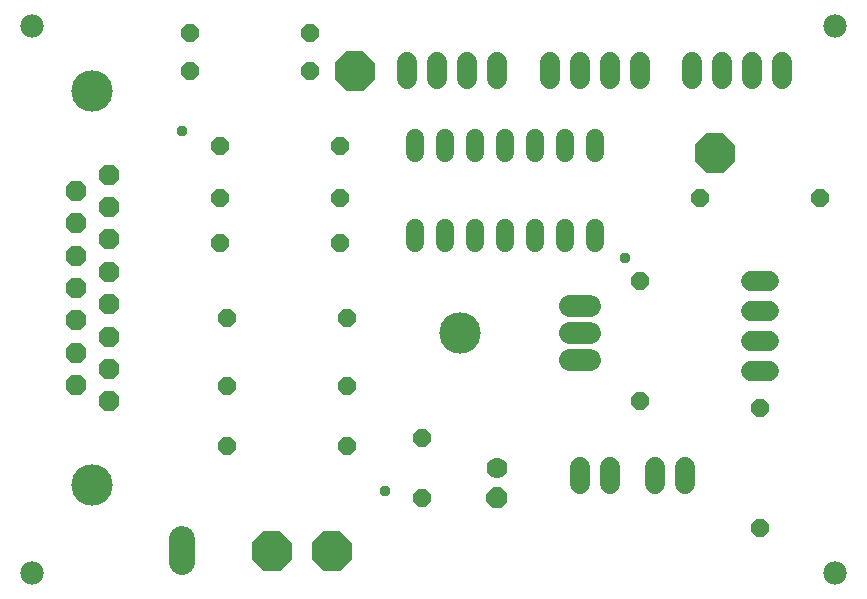
<source format=gbr>
G04 EAGLE Gerber RS-274X export*
G75*
%MOMM*%
%FSLAX34Y34*%
%LPD*%
%INSoldermask Bottom*%
%IPPOS*%
%AMOC8*
5,1,8,0,0,1.08239X$1,22.5*%
G01*
%ADD10C,1.981200*%
%ADD11C,1.711200*%
%ADD12C,1.524000*%
%ADD13P,1.649562X8X112.500000*%
%ADD14C,1.879600*%
%ADD15C,3.505200*%
%ADD16P,1.869504X8X292.500000*%
%ADD17P,1.649562X8X22.500000*%
%ADD18P,1.649562X8X202.500000*%
%ADD19P,1.649562X8X292.500000*%
%ADD20P,1.924489X8X292.500000*%
%ADD21C,1.778000*%
%ADD22P,3.629037X8X22.500000*%
%ADD23C,2.184400*%
%ADD24C,0.959600*%


D10*
X38100Y-31750D03*
X717550Y-31750D03*
X717550Y-495300D03*
X38100Y-495300D03*
D11*
X501650Y-420290D02*
X501650Y-405210D01*
X527050Y-405210D02*
X527050Y-420290D01*
D12*
X514350Y-139954D02*
X514350Y-126746D01*
X488950Y-126746D02*
X488950Y-139954D01*
X361950Y-139954D02*
X361950Y-126746D01*
X361950Y-202946D02*
X361950Y-216154D01*
X463550Y-139954D02*
X463550Y-126746D01*
X438150Y-126746D02*
X438150Y-139954D01*
X387350Y-139954D02*
X387350Y-126746D01*
X412750Y-126746D02*
X412750Y-139954D01*
X387350Y-202946D02*
X387350Y-216154D01*
X412750Y-216154D02*
X412750Y-202946D01*
X438150Y-202946D02*
X438150Y-216154D01*
X463550Y-216154D02*
X463550Y-202946D01*
X488950Y-202946D02*
X488950Y-216154D01*
X514350Y-216154D02*
X514350Y-202946D01*
D11*
X596900Y-77390D02*
X596900Y-62310D01*
X622300Y-62310D02*
X622300Y-77390D01*
X647700Y-77390D02*
X647700Y-62310D01*
X673100Y-62310D02*
X673100Y-77390D01*
X476250Y-77390D02*
X476250Y-62310D01*
X501650Y-62310D02*
X501650Y-77390D01*
X527050Y-77390D02*
X527050Y-62310D01*
X552450Y-62310D02*
X552450Y-77390D01*
X355600Y-77390D02*
X355600Y-62310D01*
X381000Y-62310D02*
X381000Y-77390D01*
X406400Y-77390D02*
X406400Y-62310D01*
X431800Y-62310D02*
X431800Y-77390D01*
D13*
X552450Y-349250D03*
X552450Y-247650D03*
D11*
X646510Y-323850D02*
X661590Y-323850D01*
X661590Y-298450D02*
X646510Y-298450D01*
X646510Y-273050D02*
X661590Y-273050D01*
X661590Y-247650D02*
X646510Y-247650D01*
D14*
X510032Y-314960D02*
X493268Y-314960D01*
X493268Y-292100D02*
X510032Y-292100D01*
X510032Y-269240D02*
X493268Y-269240D01*
D15*
X400050Y-292100D03*
D11*
X565150Y-405210D02*
X565150Y-420290D01*
X590550Y-420290D02*
X590550Y-405210D01*
D16*
X103124Y-350012D03*
X103124Y-322580D03*
X103124Y-295148D03*
X103124Y-267716D03*
X103124Y-240284D03*
X103124Y-212852D03*
X103124Y-185420D03*
X103124Y-157988D03*
X74676Y-336296D03*
X74676Y-308864D03*
X74676Y-281432D03*
X74676Y-254000D03*
X74676Y-226568D03*
X74676Y-199136D03*
X74676Y-171704D03*
D15*
X88900Y-420624D03*
X88900Y-87376D03*
D17*
X196850Y-215900D03*
X298450Y-215900D03*
X196850Y-177800D03*
X298450Y-177800D03*
X196850Y-133350D03*
X298450Y-133350D03*
D18*
X304800Y-387350D03*
X203200Y-387350D03*
X304800Y-336550D03*
X203200Y-336550D03*
X304800Y-279400D03*
X203200Y-279400D03*
X704850Y-177800D03*
X603250Y-177800D03*
D13*
X654050Y-457200D03*
X654050Y-355600D03*
D19*
X368300Y-381000D03*
X368300Y-431800D03*
D20*
X431800Y-431800D03*
D21*
X431800Y-406400D03*
D22*
X241300Y-476250D03*
X292100Y-476250D03*
X311150Y-69850D03*
X615950Y-139700D03*
D23*
X165100Y-466344D02*
X165100Y-486156D01*
D18*
X273050Y-69850D03*
X171450Y-69850D03*
D17*
X171450Y-38100D03*
X273050Y-38100D03*
D24*
X336550Y-425450D03*
X165100Y-120650D03*
X539750Y-228600D03*
M02*

</source>
